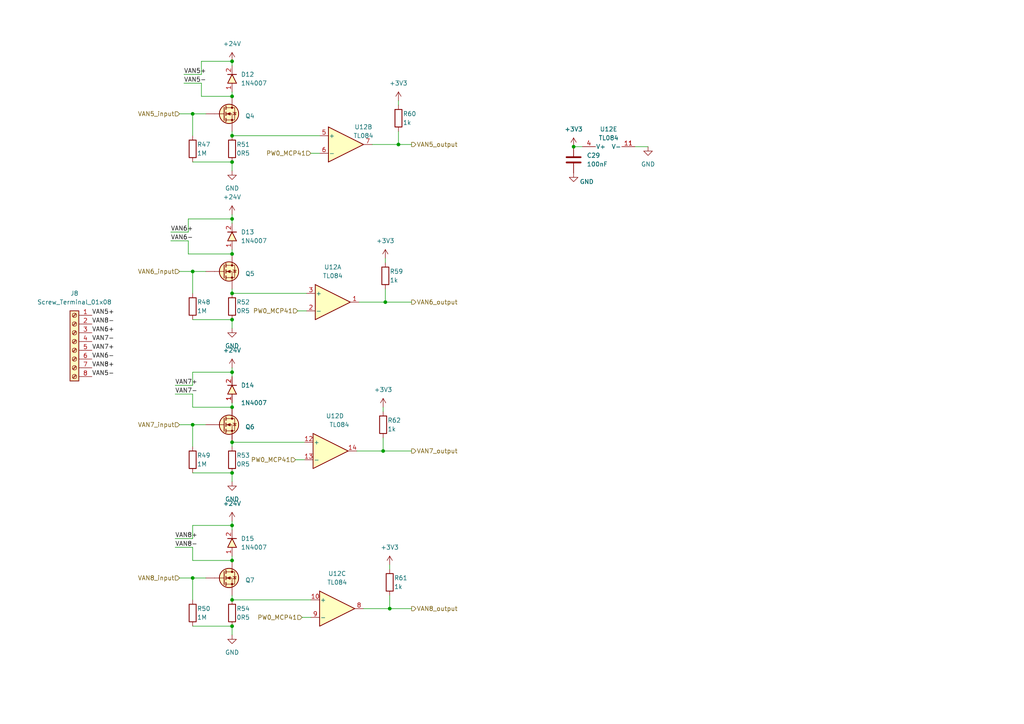
<source format=kicad_sch>
(kicad_sch (version 20231120) (generator "eeschema") (generator_version "8.0")
  (paper "A4")
  (lib_symbols
    (symbol "Amplifier_Operational:TL084" (pin_names (offset 0.127))
      (property "Reference" "U" (at 0 5.08 0))
      (property "Value" "TL084" (at 0 -5.08 0))
      (symbol "TL084_1_1"
        (polyline (pts (xy -5.08 5.08) (xy 5.08 0) (xy -5.08 -5.08) (xy -5.08 5.08)) (stroke (width 0.254)) (fill (type background)))
        (pin output line (at 7.62 0 180) (length 2.54) (name "~") (number "1"))
        (pin input line (at -7.62 -2.54 0) (length 2.54) (name "-") (number "2"))
        (pin input line (at -7.62 2.54 0) (length 2.54) (name "+") (number "3"))
      )
      (symbol "TL084_2_1"
        (polyline (pts (xy -5.08 5.08) (xy 5.08 0) (xy -5.08 -5.08) (xy -5.08 5.08)) (stroke (width 0.254)) (fill (type background)))
        (pin input line (at -7.62 2.54 0) (length 2.54) (name "+") (number "5"))
        (pin input line (at -7.62 -2.54 0) (length 2.54) (name "-") (number "6"))
        (pin output line (at 7.62 0 180) (length 2.54) (name "~") (number "7"))
      )
      (symbol "TL084_3_1"
        (polyline (pts (xy -5.08 5.08) (xy 5.08 0) (xy -5.08 -5.08) (xy -5.08 5.08)) (stroke (width 0.254)) (fill (type background)))
        (pin input line (at -7.62 2.54 0) (length 2.54) (name "+") (number "10"))
        (pin output line (at 7.62 0 180) (length 2.54) (name "~") (number "8"))
        (pin input line (at -7.62 -2.54 0) (length 2.54) (name "-") (number "9"))
      )
      (symbol "TL084_4_1"
        (polyline (pts (xy -5.08 5.08) (xy 5.08 0) (xy -5.08 -5.08) (xy -5.08 5.08)) (stroke (width 0.254)) (fill (type background)))
        (pin input line (at -7.62 2.54 0) (length 2.54) (name "+") (number "12"))
        (pin input line (at -7.62 -2.54 0) (length 2.54) (name "-") (number "13"))
        (pin output line (at 7.62 0 180) (length 2.54) (name "~") (number "14"))
      )
      (symbol "TL084_5_1"
        (pin power_in line (at -2.54 -7.62 90) (length 3.81) (name "V-") (number "11"))
        (pin power_in line (at -2.54 7.62 270) (length 3.81) (name "V+") (number "4"))
      )
    )
    (symbol "Connector:Screw_Terminal_01x08" (pin_names (offset 1.016) hide)
      (property "Reference" "J" (at 0 10.16 0))
      (property "Value" "Screw_Terminal_01x08" (at 0 -12.7 0))
      (symbol "Screw_Terminal_01x08_1_1"
        (rectangle (start -1.27 8.89) (end 1.27 -11.43) (stroke (width 0.254)) (fill (type background)))
        (circle (center 0 -10.16) (radius 0.635) (stroke (width 0.1524)))
        (circle (center 0 -7.62) (radius 0.635) (stroke (width 0.1524)))
        (circle (center 0 -5.08) (radius 0.635) (stroke (width 0.1524)))
        (circle (center 0 -2.54) (radius 0.635) (stroke (width 0.1524)))
        (polyline (pts (xy -0.5334 -9.8298) (xy 0.3302 -10.668)) (stroke (width 0.1524)))
        (polyline (pts (xy -0.5334 -7.2898) (xy 0.3302 -8.128)) (stroke (width 0.1524)))
        (polyline (pts (xy -0.5334 -4.7498) (xy 0.3302 -5.588)) (stroke (width 0.1524)))
        (polyline (pts (xy -0.5334 -2.2098) (xy 0.3302 -3.048)) (stroke (width 0.1524)))
        (polyline (pts (xy -0.5334 0.3302) (xy 0.3302 -0.508)) (stroke (width 0.1524)))
        (polyline (pts (xy -0.5334 2.8702) (xy 0.3302 2.032)) (stroke (width 0.1524)))
        (polyline (pts (xy -0.5334 5.4102) (xy 0.3302 4.572)) (stroke (width 0.1524)))
        (polyline (pts (xy -0.5334 7.9502) (xy 0.3302 7.112)) (stroke (width 0.1524)))
        (polyline (pts (xy -0.3556 -9.652) (xy 0.508 -10.4902)) (stroke (width 0.1524)))
        (polyline (pts (xy -0.3556 -7.112) (xy 0.508 -7.9502)) (stroke (width 0.1524)))
        (polyline (pts (xy -0.3556 -4.572) (xy 0.508 -5.4102)) (stroke (width 0.1524)))
        (polyline (pts (xy -0.3556 -2.032) (xy 0.508 -2.8702)) (stroke (width 0.1524)))
        (polyline (pts (xy -0.3556 0.508) (xy 0.508 -0.3302)) (stroke (width 0.1524)))
        (polyline (pts (xy -0.3556 3.048) (xy 0.508 2.2098)) (stroke (width 0.1524)))
        (polyline (pts (xy -0.3556 5.588) (xy 0.508 4.7498)) (stroke (width 0.1524)))
        (polyline (pts (xy -0.3556 8.128) (xy 0.508 7.2898)) (stroke (width 0.1524)))
        (circle (center 0 0) (radius 0.635) (stroke (width 0.1524)))
        (circle (center 0 2.54) (radius 0.635) (stroke (width 0.1524)))
        (circle (center 0 5.08) (radius 0.635) (stroke (width 0.1524)))
        (circle (center 0 7.62) (radius 0.635) (stroke (width 0.1524)))
        (pin passive line (at -5.08 7.62 0) (length 3.81) (name "Pin_1") (number "1"))
        (pin passive line (at -5.08 5.08 0) (length 3.81) (name "Pin_2") (number "2"))
        (pin passive line (at -5.08 2.54 0) (length 3.81) (name "Pin_3") (number "3"))
        (pin passive line (at -5.08 0 0) (length 3.81) (name "Pin_4") (number "4"))
        (pin passive line (at -5.08 -2.54 0) (length 3.81) (name "Pin_5") (number "5"))
        (pin passive line (at -5.08 -5.08 0) (length 3.81) (name "Pin_6") (number "6"))
        (pin passive line (at -5.08 -7.62 0) (length 3.81) (name "Pin_7") (number "7"))
        (pin passive line (at -5.08 -10.16 0) (length 3.81) (name "Pin_8") (number "8"))
      )
    )
    (symbol "Device:C" (pin_numbers hide) (pin_names (offset 0.254))
      (property "Reference" "C" (at 0.635 2.54 0))
      (property "Value" "C" (at 0.635 -2.54 0))
      (symbol "C_0_1"
        (polyline (pts (xy -2.032 -0.762) (xy 2.032 -0.762)) (stroke (width 0.508)))
        (polyline (pts (xy -2.032 0.762) (xy 2.032 0.762)) (stroke (width 0.508)))
      )
      (symbol "C_1_1"
        (pin passive line (at 0 3.81 270) (length 2.794) (name "~") (number "1"))
        (pin passive line (at 0 -3.81 90) (length 2.794) (name "~") (number "2"))
      )
    )
    (symbol "Device:R" (pin_numbers hide) (pin_names (offset 0))
      (property "Reference" "R" (at 2.032 0 90))
      (property "Value" "R" (at 0 0 90))
      (symbol "R_0_1"
        (rectangle (start -1.016 -2.54) (end 1.016 2.54) (stroke (width 0.254)))
      )
      (symbol "R_1_1"
        (pin passive line (at 0 3.81 270) (length 1.27) (name "~") (number "1"))
        (pin passive line (at 0 -3.81 90) (length 1.27) (name "~") (number "2"))
      )
    )
    (symbol "IVS_SYMBOLS:N_Mosfet" (pin_numbers hide) (pin_names hide)
      (property "Reference" "Q" (at 2.794 1.2192 0))
      (symbol "N_Mosfet_0_1"
        (circle (center -0.889 0) (radius 2.794) (stroke (width 0.254)) (fill (type background)))
        (circle (center 0 -1.778) (radius 0.254) (fill (type outline)))
        (polyline (pts (xy -2.286 0) (xy -5.08 0)))
        (polyline (pts (xy -2.286 1.905) (xy -2.286 -1.905)) (stroke (width 0.254)))
        (polyline (pts (xy -1.778 -1.27) (xy -1.778 -2.286)) (stroke (width 0.254)))
        (polyline (pts (xy -1.778 0.508) (xy -1.778 -0.508)) (stroke (width 0.254)))
        (polyline (pts (xy -1.778 2.286) (xy -1.778 1.27)) (stroke (width 0.254)))
        (polyline (pts (xy 0 2.54) (xy 0 1.778)))
        (polyline (pts (xy 0 -2.54) (xy 0 0) (xy -1.778 0)))
        (polyline (pts (xy -1.778 -1.778) (xy 0.762 -1.778) (xy 0.762 1.778) (xy -1.778 1.778)))
        (polyline (pts (xy -1.524 0) (xy -0.508 0.381) (xy -0.508 -0.381) (xy -1.524 0)) (fill (type outline)))
        (polyline (pts (xy 0.254 0.508) (xy 0.381 0.381) (xy 1.143 0.381) (xy 1.27 0.254)))
        (polyline (pts (xy 0.762 0.381) (xy 0.381 -0.254) (xy 1.143 -0.254) (xy 0.762 0.381)))
        (circle (center 0 1.778) (radius 0.254) (fill (type outline)))
      )
      (symbol "N_Mosfet_1_1"
        (pin input line (at -7.62 0 0) (length 2.54) (name "G") (number "1"))
        (pin passive line (at 0 -5.08 90) (length 2.54) (name "S") (number "2"))
        (pin passive line (at 0 5.08 270) (length 2.54) (name "D") (number "3"))
      )
    )
    (symbol "IVS_SYMBOL_DIR:D_Diode"
      (property "Reference" "D" (at 0 2.54 0))
      (property "Value" "D_Diode" (at 0 -2.54 0))
      (symbol "D_Diode_0_1"
        (polyline (pts (xy 0 1.27) (xy 0 -1.27)) (stroke (width 0.254)))
        (polyline (pts (xy 2.54 1.27) (xy 2.54 -1.27) (xy 0 0) (xy 2.54 1.27)) (stroke (width 0.254)) (fill (type background)))
      )
      (symbol "D_Diode_1_1"
        (pin passive line (at 5.08 0 180) (length 2.54) (name "") (number "1"))
        (pin passive line (at -2.54 0 0) (length 2.54) (name "") (number "2"))
      )
    )
    (symbol "power:+24V" (power) (pin_names (offset 0))
      (property "Value" "+24V" (at 0 3.556 0))
      (symbol "+24V_0_1"
        (polyline (pts (xy -0.762 1.27) (xy 0 2.54)))
        (polyline (pts (xy 0 0) (xy 0 2.54)))
        (polyline (pts (xy 0 2.54) (xy 0.762 1.27)))
      )
      (symbol "+24V_1_1"
        (pin power_in line (at 0 0 90) (length 0) hide (name "+24V") (number "1"))
      )
    )
    (symbol "power:+3V3" (power) (pin_names (offset 0))
      (property "Value" "+3V3" (at 0 3.556 0))
      (symbol "+3V3_0_1"
        (polyline (pts (xy -0.762 1.27) (xy 0 2.54)))
        (polyline (pts (xy 0 0) (xy 0 2.54)))
        (polyline (pts (xy 0 2.54) (xy 0.762 1.27)))
      )
      (symbol "+3V3_1_1"
        (pin power_in line (at 0 0 90) (length 0) hide (name "+3V3") (number "1"))
      )
    )
    (symbol "power:GND" (power) (pin_names (offset 0))
      (property "Value" "GND" (at 0 -3.81 0))
      (symbol "GND_0_1"
        (polyline (pts (xy 0 0) (xy 0 -1.27) (xy 1.27 -1.27) (xy 0 -2.54) (xy -1.27 -1.27) (xy 0 -1.27)))
      )
      (symbol "GND_1_1"
        (pin power_in line (at 0 0 270) (length 0) hide (name "GND") (number "1"))
      )
    )
  )
  (junction (at 67.31 39.37))
  (junction (at 67.31 73.66))
  (junction (at 55.88 33.02))
  (junction (at 111.76 87.63))
  (junction (at 67.31 162.56))
  (junction (at 67.31 128.27))
  (junction (at 67.31 181.61))
  (junction (at 67.31 92.71))
  (junction (at 55.88 167.64))
  (junction (at 67.31 152.4))
  (junction (at 55.88 123.19))
  (junction (at 67.31 137.16))
  (junction (at 67.31 63.5))
  (junction (at 111.125 130.81))
  (junction (at 55.88 78.74))
  (junction (at 67.31 173.99))
  (junction (at 166.37 42.545))
  (junction (at 113.03 176.53))
  (junction (at 67.31 46.99))
  (junction (at 67.31 27.94))
  (junction (at 67.31 118.11))
  (junction (at 67.31 17.78))
  (junction (at 67.31 85.09))
  (junction (at 67.31 107.95))
  (junction (at 115.57 41.91))
  (wire (pts (xy 67.31 26.67) (xy 67.31 27.94)))
  (wire (pts (xy 111.125 130.81) (xy 119.38 130.81)))
  (wire (pts (xy 50.8 111.76) (xy 55.88 111.76)))
  (wire (pts (xy 67.31 128.27) (xy 88.265 128.27)))
  (wire (pts (xy 55.88 167.64) (xy 59.69 167.64)))
  (wire (pts (xy 52.07 167.64) (xy 55.88 167.64)))
  (wire (pts (xy 187.96 42.545) (xy 184.15 42.545)))
  (wire (pts (xy 67.31 107.95) (xy 67.31 109.22)))
  (wire (pts (xy 67.31 181.61) (xy 67.31 184.15)))
  (wire (pts (xy 55.88 85.09) (xy 55.88 78.74)))
  (wire (pts (xy 52.07 78.74) (xy 55.88 78.74)))
  (wire (pts (xy 52.07 33.02) (xy 55.88 33.02)))
  (wire (pts (xy 85.725 133.35) (xy 88.265 133.35)))
  (wire (pts (xy 103.505 130.81) (xy 111.125 130.81)))
  (wire (pts (xy 54.61 73.66) (xy 67.31 73.66)))
  (wire (pts (xy 55.88 181.61) (xy 67.31 181.61)))
  (wire (pts (xy 58.42 17.78) (xy 67.31 17.78)))
  (wire (pts (xy 55.88 111.76) (xy 55.88 107.95)))
  (wire (pts (xy 55.88 129.54) (xy 55.88 123.19)))
  (wire (pts (xy 67.31 46.99) (xy 67.31 49.53)))
  (wire (pts (xy 67.31 62.23) (xy 67.31 63.5)))
  (wire (pts (xy 53.34 24.13) (xy 58.42 24.13)))
  (wire (pts (xy 55.88 107.95) (xy 67.31 107.95)))
  (wire (pts (xy 111.125 127) (xy 111.125 130.81)))
  (wire (pts (xy 55.88 173.99) (xy 55.88 167.64)))
  (wire (pts (xy 104.14 87.63) (xy 111.76 87.63)))
  (wire (pts (xy 55.88 46.99) (xy 67.31 46.99)))
  (wire (pts (xy 67.31 137.16) (xy 67.31 139.7)))
  (wire (pts (xy 67.31 72.39) (xy 67.31 73.66)))
  (wire (pts (xy 54.61 67.31) (xy 54.61 63.5)))
  (wire (pts (xy 67.31 161.29) (xy 67.31 162.56)))
  (wire (pts (xy 166.37 42.545) (xy 168.91 42.545)))
  (wire (pts (xy 52.07 123.19) (xy 55.88 123.19)))
  (wire (pts (xy 115.57 41.91) (xy 119.38 41.91)))
  (wire (pts (xy 113.03 176.53) (xy 119.38 176.53)))
  (wire (pts (xy 111.76 87.63) (xy 119.38 87.63)))
  (wire (pts (xy 67.31 39.37) (xy 92.71 39.37)))
  (wire (pts (xy 67.31 116.84) (xy 67.31 118.11)))
  (wire (pts (xy 55.88 39.37) (xy 55.88 33.02)))
  (wire (pts (xy 115.57 30.48) (xy 115.57 29.21)))
  (wire (pts (xy 67.31 106.68) (xy 67.31 107.95)))
  (wire (pts (xy 115.57 38.1) (xy 115.57 41.91)))
  (wire (pts (xy 58.42 24.13) (xy 58.42 27.94)))
  (wire (pts (xy 90.17 44.45) (xy 92.71 44.45)))
  (wire (pts (xy 55.88 114.3) (xy 55.88 118.11)))
  (wire (pts (xy 105.41 176.53) (xy 113.03 176.53)))
  (wire (pts (xy 53.34 21.59) (xy 58.42 21.59)))
  (wire (pts (xy 111.76 83.82) (xy 111.76 87.63)))
  (wire (pts (xy 107.95 41.91) (xy 115.57 41.91)))
  (wire (pts (xy 111.125 119.38) (xy 111.125 118.11)))
  (wire (pts (xy 55.88 152.4) (xy 67.31 152.4)))
  (wire (pts (xy 49.53 69.85) (xy 54.61 69.85)))
  (wire (pts (xy 58.42 27.94) (xy 67.31 27.94)))
  (wire (pts (xy 87.63 179.07) (xy 90.17 179.07)))
  (wire (pts (xy 67.31 85.09) (xy 88.9 85.09)))
  (wire (pts (xy 113.03 165.1) (xy 113.03 163.83)))
  (wire (pts (xy 55.88 137.16) (xy 67.31 137.16)))
  (wire (pts (xy 86.36 90.17) (xy 88.9 90.17)))
  (wire (pts (xy 55.88 118.11) (xy 67.31 118.11)))
  (wire (pts (xy 54.61 69.85) (xy 54.61 73.66)))
  (wire (pts (xy 113.03 172.72) (xy 113.03 176.53)))
  (wire (pts (xy 49.53 67.31) (xy 54.61 67.31)))
  (wire (pts (xy 67.31 152.4) (xy 67.31 153.67)))
  (wire (pts (xy 55.88 156.21) (xy 55.88 152.4)))
  (wire (pts (xy 67.31 38.1) (xy 67.31 39.37)))
  (wire (pts (xy 54.61 63.5) (xy 67.31 63.5)))
  (wire (pts (xy 67.31 63.5) (xy 67.31 64.77)))
  (wire (pts (xy 50.8 114.3) (xy 55.88 114.3)))
  (wire (pts (xy 58.42 21.59) (xy 58.42 17.78)))
  (wire (pts (xy 55.88 92.71) (xy 67.31 92.71)))
  (wire (pts (xy 67.31 128.27) (xy 67.31 129.54)))
  (wire (pts (xy 67.31 92.71) (xy 67.31 95.25)))
  (wire (pts (xy 55.88 123.19) (xy 59.69 123.19)))
  (wire (pts (xy 67.31 172.72) (xy 67.31 173.99)))
  (wire (pts (xy 55.88 78.74) (xy 59.69 78.74)))
  (wire (pts (xy 67.31 173.99) (xy 90.17 173.99)))
  (wire (pts (xy 50.8 158.75) (xy 55.88 158.75)))
  (wire (pts (xy 50.8 156.21) (xy 55.88 156.21)))
  (wire (pts (xy 55.88 33.02) (xy 59.69 33.02)))
  (wire (pts (xy 111.76 76.2) (xy 111.76 74.93)))
  (wire (pts (xy 67.31 151.13) (xy 67.31 152.4)))
  (wire (pts (xy 55.88 162.56) (xy 67.31 162.56)))
  (wire (pts (xy 55.88 158.75) (xy 55.88 162.56)))
  (wire (pts (xy 67.31 83.82) (xy 67.31 85.09)))
  (wire (pts (xy 67.31 17.78) (xy 67.31 19.05)))
  (label "VAN7+" (at 50.8 111.76 0))
  (label "VAN5+" (at 26.67 91.44 0))
  (label "VAN8+" (at 26.67 106.68 0))
  (label "VAN6-" (at 26.67 104.14 0))
  (label "VAN5-" (at 53.34 24.13 0))
  (label "VAN8-" (at 50.8 158.75 0))
  (label "VAN6+" (at 26.67 96.52 0))
  (label "VAN6+" (at 49.53 67.31 0))
  (label "VAN5-" (at 26.67 109.22 0))
  (label "VAN7-" (at 50.8 114.3 0))
  (label "VAN8-" (at 26.67 93.98 0))
  (label "VAN7-" (at 26.67 99.06 0))
  (label "VAN8+" (at 50.8 156.21 0))
  (label "VAN5+" (at 53.34 21.59 0))
  (label "VAN6-" (at 49.53 69.85 0))
  (label "VAN7+" (at 26.67 101.6 0))
  (hierarchical_label "VAN8_input" (shape input) (at 52.07 167.64 180))
  (hierarchical_label "VAN5_input" (shape input) (at 52.07 33.02 180))
  (hierarchical_label "PW0_MCP41" (shape input) (at 85.725 133.35 180))
  (hierarchical_label "PW0_MCP41" (shape input) (at 86.36 90.17 180))
  (hierarchical_label "PW0_MCP41" (shape input) (at 87.63 179.07 180))
  (hierarchical_label "PW0_MCP41" (shape input) (at 90.17 44.45 180))
  (hierarchical_label "VAN6_output" (shape output) (at 119.38 87.63 0))
  (hierarchical_label "VAN7_input" (shape input) (at 52.07 123.19 180))
  (hierarchical_label "VAN5_output" (shape output) (at 119.38 41.91 0))
  (hierarchical_label "VAN8_output" (shape output) (at 119.38 176.53 0))
  (hierarchical_label "VAN6_input" (shape input) (at 52.07 78.74 180))
  (hierarchical_label "VAN7_output" (shape output) (at 119.38 130.81 0))
  (symbol (lib_id "Connector:Screw_Terminal_01x08") (at 21.59 99.06 0) (mirror y) (unit 1)
    (property "Reference" "J8" (at 21.59 85.09 0))
    (property "Value" "Screw_Terminal_01x08" (at 21.59 87.63 0))
    (property "Footprint" "IVS_FOOTPRINTS:HT-3.96mm" (effects (hide yes)))
  )
  (symbol (lib_id "Amplifier_Operational:TL084") (at 96.52 87.63 0) (unit 1)
    (property "Reference" "U12" (at 96.52 77.47 0))
    (property "Value" "TL084" (at 96.52 80.01 0))
    (property "Footprint" "IVS_FOOTPRINTS:TSSOP14" (effects (hide yes)))
    (property "Datasheet" "http://www.ti.com/lit/ds/symlink/tl081.pdf" (effects (hide yes)))
  )
  (symbol (lib_id "power:+24V") (at 67.31 106.68 0) (unit 1)
    (property "Reference" "#PWR096" (effects (hide yes)))
    (property "Value" "+24V" (at 67.31 101.6 0))
  )
  (symbol (lib_id "IVS_SYMBOLS:N_Mosfet") (at 67.31 167.64 0) (unit 1)
    (property "Reference" "Q7" (at 71.12 168.275 0) (effects (justify left)))
    (property "Value" "N_Mosfet" (effects (hide yes)))
    (property "Footprint" "IVS_FOOTPRINTS:SOT23-3" (effects (hide yes)))
    (property "Datasheet" "https://www.onsemi.com/pub/Collateral/BSS138-D.PDF" (effects (hide yes)))
  )
  (symbol (lib_id "Device:R") (at 113.03 168.91 0) (unit 1)
    (property "Reference" "R61" (at 114.3 167.64 0) (effects (justify left)))
    (property "Value" "1k" (at 114.3 170.18 0) (effects (justify left)))
    (property "Footprint" "IVS_FOOTPRINTS:R0603" (effects (hide yes)))
  )
  (symbol (lib_id "Device:R") (at 67.31 88.9 0) (unit 1)
    (property "Reference" "R52" (at 68.58 87.63 0) (effects (justify left)))
    (property "Value" "0R5" (at 68.58 90.17 0) (effects (justify left)))
    (property "Footprint" "Resistor_SMD:R_0805_2012Metric" (effects (hide yes)))
  )
  (symbol (lib_id "IVS_SYMBOLS:N_Mosfet") (at 67.31 33.02 0) (unit 1)
    (property "Reference" "Q4" (at 71.12 33.655 0) (effects (justify left)))
    (property "Value" "N_Mosfet" (effects (hide yes)))
    (property "Footprint" "IVS_FOOTPRINTS:SOT23-3" (effects (hide yes)))
    (property "Datasheet" "https://www.onsemi.com/pub/Collateral/BSS138-D.PDF" (effects (hide yes)))
  )
  (symbol (lib_id "power:+3V3") (at 111.125 118.11 0) (unit 1)
    (property "Reference" "#PWR0110" (effects (hide yes)))
    (property "Value" "+3V3" (at 111.125 113.03 0))
  )
  (symbol (lib_id "Amplifier_Operational:TL084") (at 176.53 40.005 90) (unit 5)
    (property "Reference" "U12" (at 176.53 37.465 90))
    (property "Value" "TL084" (at 176.53 40.005 90))
    (property "Footprint" "IVS_FOOTPRINTS:TSSOP14" (effects (hide yes)))
    (property "Datasheet" "http://www.ti.com/lit/ds/symlink/tl081.pdf" (effects (hide yes)))
  )
  (symbol (lib_id "power:+3V3") (at 115.57 29.21 0) (unit 1)
    (property "Reference" "#PWR0108" (effects (hide yes)))
    (property "Value" "+3V3" (at 115.57 24.13 0))
  )
  (symbol (lib_id "Device:R") (at 67.31 133.35 0) (unit 1)
    (property "Reference" "R53" (at 68.58 132.08 0) (effects (justify left)))
    (property "Value" "0R5" (at 68.58 134.62 0) (effects (justify left)))
    (property "Footprint" "Resistor_SMD:R_0805_2012Metric" (effects (hide yes)))
  )
  (symbol (lib_id "power:+24V") (at 67.31 17.78 0) (unit 1)
    (property "Reference" "#PWR092" (effects (hide yes)))
    (property "Value" "+24V" (at 67.31 12.7 0))
  )
  (symbol (lib_id "power:+24V") (at 67.31 151.13 0) (unit 1)
    (property "Reference" "#PWR098" (effects (hide yes)))
    (property "Value" "+24V" (at 67.31 146.05 0))
  )
  (symbol (lib_id "Amplifier_Operational:TL084") (at 95.885 130.81 0) (unit 4)
    (property "Reference" "U12" (at 97.155 120.65 0))
    (property "Value" "TL084" (at 98.425 123.19 0))
    (property "Footprint" "IVS_FOOTPRINTS:TSSOP14" (effects (hide yes)))
    (property "Datasheet" "http://www.ti.com/lit/ds/symlink/tl081.pdf" (effects (hide yes)))
  )
  (symbol (lib_id "Device:R") (at 67.31 43.18 0) (unit 1)
    (property "Reference" "R51" (at 68.58 41.91 0) (effects (justify left)))
    (property "Value" "0R5" (at 68.58 44.45 0) (effects (justify left)))
    (property "Footprint" "Resistor_SMD:R_0805_2012Metric" (effects (hide yes)))
  )
  (symbol (lib_id "power:+3V3") (at 166.37 42.545 0) (unit 1)
    (property "Reference" "#PWR0100" (effects (hide yes)))
    (property "Value" "+3V3" (at 166.37 37.465 0))
  )
  (symbol (lib_id "power:+24V") (at 67.31 62.23 0) (unit 1)
    (property "Reference" "#PWR094" (effects (hide yes)))
    (property "Value" "+24V" (at 67.31 57.15 0))
  )
  (symbol (lib_id "Amplifier_Operational:TL084") (at 97.79 176.53 0) (unit 3)
    (property "Reference" "U12" (at 97.79 166.37 0))
    (property "Value" "TL084" (at 97.79 168.91 0))
    (property "Footprint" "IVS_FOOTPRINTS:TSSOP14" (effects (hide yes)))
    (property "Datasheet" "http://www.ti.com/lit/ds/symlink/tl081.pdf" (effects (hide yes)))
  )
  (symbol (lib_id "power:GND") (at 187.96 42.545 0) (unit 1)
    (property "Reference" "#PWR0106" (effects (hide yes)))
    (property "Value" "GND" (at 187.96 47.625 0))
  )
  (symbol (lib_id "Device:R") (at 115.57 34.29 0) (unit 1)
    (property "Reference" "R60" (at 116.84 33.02 0) (effects (justify left)))
    (property "Value" "1k" (at 116.84 35.56 0) (effects (justify left)))
    (property "Footprint" "IVS_FOOTPRINTS:R0603" (effects (hide yes)))
  )
  (symbol (lib_id "Amplifier_Operational:TL084") (at 100.33 41.91 0) (unit 2)
    (property "Reference" "U12" (at 105.41 36.83 0))
    (property "Value" "TL084" (at 105.41 39.37 0))
    (property "Footprint" "IVS_FOOTPRINTS:TSSOP14" (effects (hide yes)))
    (property "Datasheet" "http://www.ti.com/lit/ds/symlink/tl081.pdf" (effects (hide yes)))
  )
  (symbol (lib_id "Device:R") (at 67.31 177.8 0) (unit 1)
    (property "Reference" "R54" (at 68.58 176.53 0) (effects (justify left)))
    (property "Value" "0R5" (at 68.58 179.07 0) (effects (justify left)))
    (property "Footprint" "Resistor_SMD:R_0805_2012Metric" (effects (hide yes)))
  )
  (symbol (lib_id "Device:R") (at 55.88 88.9 0) (unit 1)
    (property "Reference" "R48" (at 57.15 87.63 0) (effects (justify left)))
    (property "Value" "1M" (at 57.15 90.17 0) (effects (justify left)))
    (property "Footprint" "IVS_FOOTPRINTS:R0603" (effects (hide yes)))
  )
  (symbol (lib_id "IVS_SYMBOL_DIR:D_Diode") (at 67.31 21.59 270) (unit 1)
    (property "Reference" "D12" (at 69.85 21.5899 90) (effects (justify left)))
    (property "Value" "1N4007" (at 69.85 24.1299 90) (effects (justify left)))
    (property "Footprint" "IVS_FOOTPRINTS:D_SOD323" (effects (hide yes)))
  )
  (symbol (lib_id "IVS_SYMBOL_DIR:D_Diode") (at 67.31 156.21 270) (unit 1)
    (property "Reference" "D15" (at 69.85 156.2099 90) (effects (justify left)))
    (property "Value" "1N4007" (at 69.85 158.7499 90) (effects (justify left)))
    (property "Footprint" "IVS_FOOTPRINTS:D_SOD323" (effects (hide yes)))
  )
  (symbol (lib_id "power:GND") (at 67.31 139.7 0) (unit 1)
    (property "Reference" "#PWR097" (effects (hide yes)))
    (property "Value" "GND" (at 67.31 144.78 0))
  )
  (symbol (lib_id "Device:R") (at 55.88 133.35 0) (unit 1)
    (property "Reference" "R49" (at 57.15 132.08 0) (effects (justify left)))
    (property "Value" "1M" (at 57.15 134.62 0) (effects (justify left)))
    (property "Footprint" "IVS_FOOTPRINTS:R0603" (effects (hide yes)))
  )
  (symbol (lib_id "Device:R") (at 111.125 123.19 0) (unit 1)
    (property "Reference" "R62" (at 112.395 121.92 0) (effects (justify left)))
    (property "Value" "1k" (at 112.395 124.46 0) (effects (justify left)))
    (property "Footprint" "IVS_FOOTPRINTS:R0603" (effects (hide yes)))
  )
  (symbol (lib_id "IVS_SYMBOL_DIR:D_Diode") (at 67.31 67.31 270) (unit 1)
    (property "Reference" "D13" (at 69.85 67.3099 90) (effects (justify left)))
    (property "Value" "1N4007" (at 69.85 69.8499 90) (effects (justify left)))
    (property "Footprint" "IVS_FOOTPRINTS:D_SOD323" (effects (hide yes)))
  )
  (symbol (lib_id "power:GND") (at 67.31 95.25 0) (unit 1)
    (property "Reference" "#PWR095" (effects (hide yes)))
    (property "Value" "GND" (at 67.31 100.33 0))
  )
  (symbol (lib_id "power:GND") (at 166.37 50.165 0) (unit 1)
    (property "Reference" "#PWR0101" (effects (hide yes)))
    (property "Value" "GND" (at 170.18 52.705 0))
  )
  (symbol (lib_id "power:GND") (at 67.31 49.53 0) (unit 1)
    (property "Reference" "#PWR093" (effects (hide yes)))
    (property "Value" "GND" (at 67.31 54.61 0))
  )
  (symbol (lib_id "power:+3V3") (at 113.03 163.83 0) (unit 1)
    (property "Reference" "#PWR0109" (effects (hide yes)))
    (property "Value" "+3V3" (at 113.03 158.75 0))
  )
  (symbol (lib_id "Device:R") (at 111.76 80.01 0) (unit 1)
    (property "Reference" "R59" (at 113.03 78.74 0) (effects (justify left)))
    (property "Value" "1k" (at 113.03 81.28 0) (effects (justify left)))
    (property "Footprint" "IVS_FOOTPRINTS:R0603" (effects (hide yes)))
  )
  (symbol (lib_id "power:+3V3") (at 111.76 74.93 0) (unit 1)
    (property "Reference" "#PWR0107" (effects (hide yes)))
    (property "Value" "+3V3" (at 111.76 69.85 0))
  )
  (symbol (lib_id "IVS_SYMBOLS:N_Mosfet") (at 67.31 123.19 0) (unit 1)
    (property "Reference" "Q6" (at 71.12 123.825 0) (effects (justify left)))
    (property "Value" "N_Mosfet" (effects (hide yes)))
    (property "Footprint" "IVS_FOOTPRINTS:SOT23-3" (effects (hide yes)))
    (property "Datasheet" "https://www.onsemi.com/pub/Collateral/BSS138-D.PDF" (effects (hide yes)))
  )
  (symbol (lib_id "Device:R") (at 55.88 43.18 0) (unit 1)
    (property "Reference" "R47" (at 57.15 41.91 0) (effects (justify left)))
    (property "Value" "1M" (at 57.15 44.45 0) (effects (justify left)))
    (property "Footprint" "IVS_FOOTPRINTS:R0603" (effects (hide yes)))
  )
  (symbol (lib_id "power:GND") (at 67.31 184.15 0) (unit 1)
    (property "Reference" "#PWR099" (effects (hide yes)))
    (property "Value" "GND" (at 67.31 189.23 0))
  )
  (symbol (lib_id "IVS_SYMBOLS:N_Mosfet") (at 67.31 78.74 0) (unit 1)
    (property "Reference" "Q5" (at 71.12 79.375 0) (effects (justify left)))
    (property "Value" "N_Mosfet" (effects (hide yes)))
    (property "Footprint" "IVS_FOOTPRINTS:SOT23-3" (effects (hide yes)))
    (property "Datasheet" "https://www.onsemi.com/pub/Collateral/BSS138-D.PDF" (effects (hide yes)))
  )
  (symbol (lib_id "IVS_SYMBOL_DIR:D_Diode") (at 67.31 111.76 270) (unit 1)
    (property "Reference" "D14" (at 69.85 111.7599 90) (effects (justify left)))
    (property "Value" "1N4007" (at 69.85 116.8399 90) (effects (justify left)))
    (property "Footprint" "IVS_FOOTPRINTS:D_SOD323" (effects (hide yes)))
  )
  (symbol (lib_id "Device:R") (at 55.88 177.8 0) (unit 1)
    (property "Reference" "R50" (at 57.15 176.53 0) (effects (justify left)))
    (property "Value" "1M" (at 57.15 179.07 0) (effects (justify left)))
    (property "Footprint" "IVS_FOOTPRINTS:R0603" (effects (hide yes)))
  )
  (symbol (lib_id "Device:C") (at 166.37 46.355 0) (unit 1)
    (property "Reference" "C29" (at 170.18 45.0849 0) (effects (justify left)))
    (property "Value" "100nF" (at 170.18 47.6249 0) (effects (justify left)))
    (property "Footprint" "IVS_FOOTPRINTS:C0603" (effects (hide yes)))
  )
)
</source>
